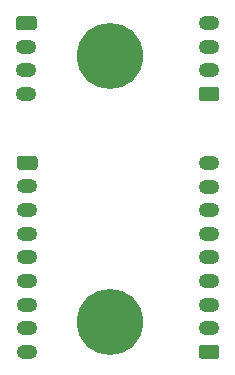
<source format=gbr>
%TF.GenerationSoftware,KiCad,Pcbnew,(5.1.9)-1*%
%TF.CreationDate,2021-03-05T23:35:53-06:00*%
%TF.ProjectId,OpeNITHM-Tower-Extenders__Left-Tower,4f70654e-4954-4484-9d2d-546f7765722d,rev?*%
%TF.SameCoordinates,Original*%
%TF.FileFunction,Copper,L2,Bot*%
%TF.FilePolarity,Positive*%
%FSLAX46Y46*%
G04 Gerber Fmt 4.6, Leading zero omitted, Abs format (unit mm)*
G04 Created by KiCad (PCBNEW (5.1.9)-1) date 2021-03-05 23:35:53*
%MOMM*%
%LPD*%
G01*
G04 APERTURE LIST*
%TA.AperFunction,ComponentPad*%
%ADD10O,1.750000X1.200000*%
%TD*%
%TA.AperFunction,ComponentPad*%
%ADD11C,5.600000*%
%TD*%
G04 APERTURE END LIST*
D10*
%TO.P,J4,9*%
%TO.N,Net-(J3-Pad1)*%
X82200000Y-59120000D03*
%TO.P,J4,8*%
%TO.N,Net-(J3-Pad2)*%
X82200000Y-61120000D03*
%TO.P,J4,7*%
%TO.N,Net-(J3-Pad3)*%
X82200000Y-63120000D03*
%TO.P,J4,6*%
%TO.N,Net-(J3-Pad4)*%
X82200000Y-65120000D03*
%TO.P,J4,5*%
%TO.N,Net-(J3-Pad5)*%
X82200000Y-67120000D03*
%TO.P,J4,4*%
%TO.N,Net-(J3-Pad6)*%
X82200000Y-69120000D03*
%TO.P,J4,3*%
%TO.N,Net-(J3-Pad7)*%
X82200000Y-71120000D03*
%TO.P,J4,2*%
%TO.N,Net-(J3-Pad8)*%
X82200000Y-73120000D03*
%TO.P,J4,1*%
%TO.N,Net-(J3-Pad9)*%
%TA.AperFunction,ComponentPad*%
G36*
G01*
X82825001Y-75720000D02*
X81574999Y-75720000D01*
G75*
G02*
X81325000Y-75470001I0J249999D01*
G01*
X81325000Y-74769999D01*
G75*
G02*
X81574999Y-74520000I249999J0D01*
G01*
X82825001Y-74520000D01*
G75*
G02*
X83075000Y-74769999I0J-249999D01*
G01*
X83075000Y-75470001D01*
G75*
G02*
X82825001Y-75720000I-249999J0D01*
G01*
G37*
%TD.AperFunction*%
%TD*%
%TO.P,J2,4*%
%TO.N,Net-(J1-Pad1)*%
X82190000Y-47280000D03*
%TO.P,J2,3*%
%TO.N,Net-(J1-Pad2)*%
X82190000Y-49280000D03*
%TO.P,J2,2*%
%TO.N,Net-(J1-Pad3)*%
X82190000Y-51280000D03*
%TO.P,J2,1*%
%TO.N,Net-(J1-Pad4)*%
%TA.AperFunction,ComponentPad*%
G36*
G01*
X82815001Y-53880000D02*
X81564999Y-53880000D01*
G75*
G02*
X81315000Y-53630001I0J249999D01*
G01*
X81315000Y-52929999D01*
G75*
G02*
X81564999Y-52680000I249999J0D01*
G01*
X82815001Y-52680000D01*
G75*
G02*
X83065000Y-52929999I0J-249999D01*
G01*
X83065000Y-53630001D01*
G75*
G02*
X82815001Y-53880000I-249999J0D01*
G01*
G37*
%TD.AperFunction*%
%TD*%
D11*
%TO.P,H2,1*%
%TO.N,N/C*%
X73820000Y-72560000D03*
%TD*%
%TO.P,H1,1*%
%TO.N,N/C*%
X73840000Y-50090000D03*
%TD*%
D10*
%TO.P,J3,9*%
%TO.N,Net-(J3-Pad9)*%
X66802000Y-75113000D03*
%TO.P,J3,8*%
%TO.N,Net-(J3-Pad8)*%
X66802000Y-73113000D03*
%TO.P,J3,7*%
%TO.N,Net-(J3-Pad7)*%
X66802000Y-71113000D03*
%TO.P,J3,6*%
%TO.N,Net-(J3-Pad6)*%
X66802000Y-69113000D03*
%TO.P,J3,5*%
%TO.N,Net-(J3-Pad5)*%
X66802000Y-67113000D03*
%TO.P,J3,4*%
%TO.N,Net-(J3-Pad4)*%
X66802000Y-65113000D03*
%TO.P,J3,3*%
%TO.N,Net-(J3-Pad3)*%
X66802000Y-63113000D03*
%TO.P,J3,2*%
%TO.N,Net-(J3-Pad2)*%
X66802000Y-61113000D03*
%TO.P,J3,1*%
%TO.N,Net-(J3-Pad1)*%
%TA.AperFunction,ComponentPad*%
G36*
G01*
X66176999Y-58513000D02*
X67427001Y-58513000D01*
G75*
G02*
X67677000Y-58762999I0J-249999D01*
G01*
X67677000Y-59463001D01*
G75*
G02*
X67427001Y-59713000I-249999J0D01*
G01*
X66176999Y-59713000D01*
G75*
G02*
X65927000Y-59463001I0J249999D01*
G01*
X65927000Y-58762999D01*
G75*
G02*
X66176999Y-58513000I249999J0D01*
G01*
G37*
%TD.AperFunction*%
%TD*%
%TO.P,J1,4*%
%TO.N,Net-(J1-Pad4)*%
X66722000Y-53286000D03*
%TO.P,J1,3*%
%TO.N,Net-(J1-Pad3)*%
X66722000Y-51286000D03*
%TO.P,J1,2*%
%TO.N,Net-(J1-Pad2)*%
X66722000Y-49286000D03*
%TO.P,J1,1*%
%TO.N,Net-(J1-Pad1)*%
%TA.AperFunction,ComponentPad*%
G36*
G01*
X66096999Y-46686000D02*
X67347001Y-46686000D01*
G75*
G02*
X67597000Y-46935999I0J-249999D01*
G01*
X67597000Y-47636001D01*
G75*
G02*
X67347001Y-47886000I-249999J0D01*
G01*
X66096999Y-47886000D01*
G75*
G02*
X65847000Y-47636001I0J249999D01*
G01*
X65847000Y-46935999D01*
G75*
G02*
X66096999Y-46686000I249999J0D01*
G01*
G37*
%TD.AperFunction*%
%TD*%
M02*

</source>
